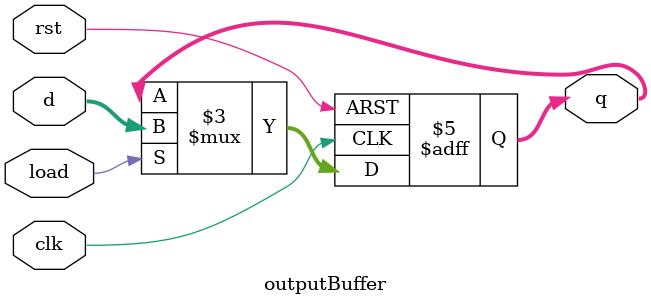
<source format=v>
`timescale 1ns / 1ps


module outputBuffer # (parameter WIDTH = 32)(
        input  wire             clk,
        input  wire             rst,
        input  wire             load,
        input  wire [WIDTH-1:0] d,
        output reg  [WIDTH-1:0] q 
    );
    
    always @ (posedge clk, posedge rst) begin
        if (rst)        q <= 0;
        else if(load)   q <= d;
        else            q <= q; 
    end

endmodule

</source>
